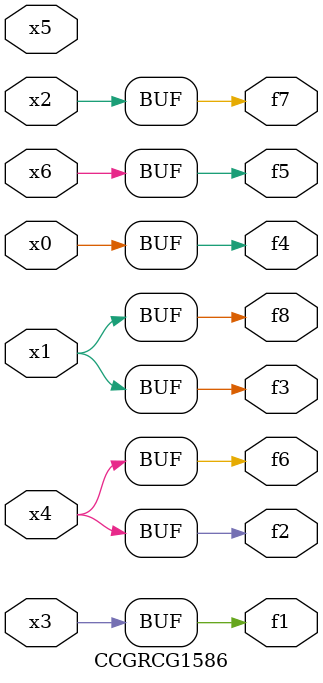
<source format=v>
module CCGRCG1586(
	input x0, x1, x2, x3, x4, x5, x6,
	output f1, f2, f3, f4, f5, f6, f7, f8
);
	assign f1 = x3;
	assign f2 = x4;
	assign f3 = x1;
	assign f4 = x0;
	assign f5 = x6;
	assign f6 = x4;
	assign f7 = x2;
	assign f8 = x1;
endmodule

</source>
